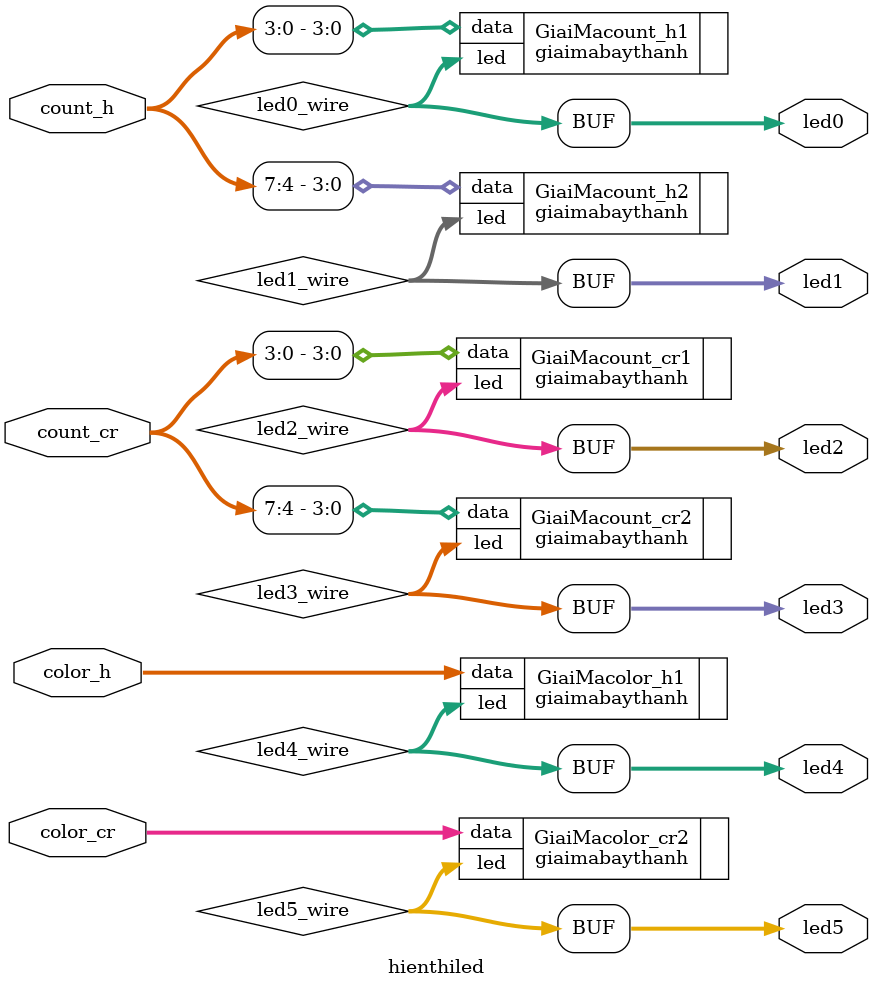
<source format=v>
module hienthiled
(
    input wire [7:0] count_h,   
    input wire [7:0] count_cr,
    input wire [2:0] color_h,
    input wire [2:0] color_cr, 
    output wire [6:0] led0,  
    output wire [6:0] led1,  
    output wire [6:0] led2,  
    output wire [6:0] led3,  
    output wire [6:0] led4,  
    output wire [6:0] led5  
);

wire [6:0] led0_wire;
wire [6:0] led1_wire;
giaimabaythanh GiaiMacount_h1(.data(count_h[3:0]), .led(led0_wire));  // LED unit of highway
giaimabaythanh GiaiMacount_h2(.data(count_h[7:4]), .led(led1_wire));  // LED ten of highway


wire [6:0] led2_wire;
wire [6:0] led3_wire;
giaimabaythanh GiaiMacount_cr1(.data(count_cr[3:0]), .led(led2_wire));  // LED unit of countryroad
giaimabaythanh GiaiMacount_cr2(.data(count_cr[7:4]), .led(led3_wire));  // LED ten of countryroad


wire [6:0] led4_wire;
wire [6:0] led5_wire;
giaimabaythanh GiaiMacolor_h1(.data(color_h[2:0]), .led(led4_wire));    // LED light highway
giaimabaythanh GiaiMacolor_cr2(.data(color_cr[2:0]), .led(led5_wire));  // LED light countryroad

assign led5 = led5_wire;
assign led4 = led4_wire;
assign led3 = led3_wire;
assign led2 = led2_wire;
assign led1 = led1_wire;
assign led0 = led0_wire;

endmodule
</source>
